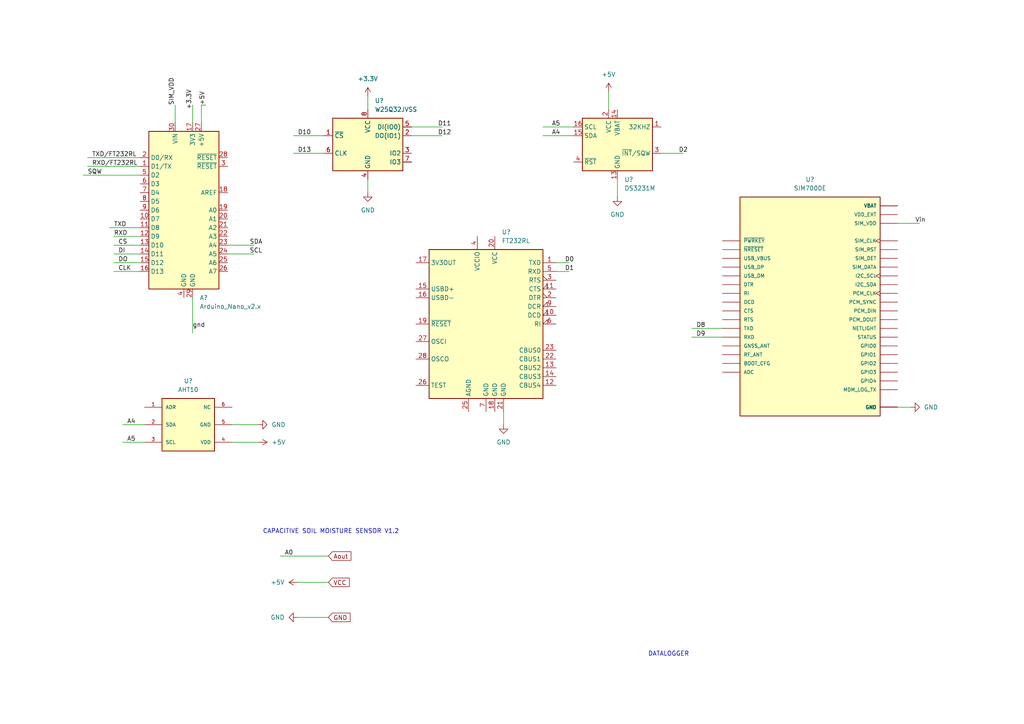
<source format=kicad_sch>
(kicad_sch (version 20211123) (generator eeschema)

  (uuid ed7c431b-4d44-49d8-96a8-0ad4d67371d9)

  (paper "A4")

  (lib_symbols
    (symbol "AHT10:AHT10" (pin_names (offset 1.016)) (in_bom yes) (on_board yes)
      (property "Reference" "U" (id 0) (at -7.366 8.636 0)
        (effects (font (size 1.27 1.27)) (justify left bottom))
      )
      (property "Value" "AHT10" (id 1) (at -7.62 -10.16 0)
        (effects (font (size 1.27 1.27)) (justify left bottom))
      )
      (property "Footprint" "AHT_QFN" (id 2) (at 0 0 0)
        (effects (font (size 1.27 1.27)) (justify left bottom) hide)
      )
      (property "Datasheet" "" (id 3) (at 0 0 0)
        (effects (font (size 1.27 1.27)) (justify left bottom) hide)
      )
      (property "ki_locked" "" (id 4) (at 0 0 0)
        (effects (font (size 1.27 1.27)))
      )
      (symbol "AHT10_0_0"
        (rectangle (start -7.62 -7.62) (end 7.62 7.62)
          (stroke (width 0.254) (type default) (color 0 0 0 0))
          (fill (type background))
        )
        (pin bidirectional line (at -12.7 5.08 0) (length 5.08)
          (name "ADR" (effects (font (size 1.016 1.016))))
          (number "1" (effects (font (size 1.016 1.016))))
        )
        (pin bidirectional line (at -12.7 0 0) (length 5.08)
          (name "SDA" (effects (font (size 1.016 1.016))))
          (number "2" (effects (font (size 1.016 1.016))))
        )
        (pin bidirectional line (at -12.7 -5.08 0) (length 5.08)
          (name "SCL" (effects (font (size 1.016 1.016))))
          (number "3" (effects (font (size 1.016 1.016))))
        )
        (pin bidirectional line (at 12.7 -5.08 180) (length 5.08)
          (name "VDD" (effects (font (size 1.016 1.016))))
          (number "4" (effects (font (size 1.016 1.016))))
        )
        (pin bidirectional line (at 12.7 0 180) (length 5.08)
          (name "GND" (effects (font (size 1.016 1.016))))
          (number "5" (effects (font (size 1.016 1.016))))
        )
        (pin bidirectional line (at 12.7 5.08 180) (length 5.08)
          (name "NC" (effects (font (size 1.016 1.016))))
          (number "6" (effects (font (size 1.016 1.016))))
        )
      )
    )
    (symbol "Interface_USB:FT232RL" (in_bom yes) (on_board yes)
      (property "Reference" "U" (id 0) (at -16.51 22.86 0)
        (effects (font (size 1.27 1.27)) (justify left))
      )
      (property "Value" "FT232RL" (id 1) (at 10.16 22.86 0)
        (effects (font (size 1.27 1.27)) (justify left))
      )
      (property "Footprint" "Package_SO:SSOP-28_5.3x10.2mm_P0.65mm" (id 2) (at 27.94 -22.86 0)
        (effects (font (size 1.27 1.27)) hide)
      )
      (property "Datasheet" "https://www.ftdichip.com/Support/Documents/DataSheets/ICs/DS_FT232R.pdf" (id 3) (at 0 0 0)
        (effects (font (size 1.27 1.27)) hide)
      )
      (property "ki_keywords" "FTDI USB Serial" (id 4) (at 0 0 0)
        (effects (font (size 1.27 1.27)) hide)
      )
      (property "ki_description" "USB to Serial Interface, SSOP-28" (id 5) (at 0 0 0)
        (effects (font (size 1.27 1.27)) hide)
      )
      (property "ki_fp_filters" "SSOP*5.3x10.2mm*P0.65mm*" (id 6) (at 0 0 0)
        (effects (font (size 1.27 1.27)) hide)
      )
      (symbol "FT232RL_0_1"
        (rectangle (start -16.51 21.59) (end 16.51 -21.59)
          (stroke (width 0.254) (type default) (color 0 0 0 0))
          (fill (type background))
        )
      )
      (symbol "FT232RL_1_1"
        (pin output line (at 20.32 17.78 180) (length 3.81)
          (name "TXD" (effects (font (size 1.27 1.27))))
          (number "1" (effects (font (size 1.27 1.27))))
        )
        (pin input input_low (at 20.32 2.54 180) (length 3.81)
          (name "DCD" (effects (font (size 1.27 1.27))))
          (number "10" (effects (font (size 1.27 1.27))))
        )
        (pin input input_low (at 20.32 10.16 180) (length 3.81)
          (name "CTS" (effects (font (size 1.27 1.27))))
          (number "11" (effects (font (size 1.27 1.27))))
        )
        (pin bidirectional line (at 20.32 -17.78 180) (length 3.81)
          (name "CBUS4" (effects (font (size 1.27 1.27))))
          (number "12" (effects (font (size 1.27 1.27))))
        )
        (pin bidirectional line (at 20.32 -12.7 180) (length 3.81)
          (name "CBUS2" (effects (font (size 1.27 1.27))))
          (number "13" (effects (font (size 1.27 1.27))))
        )
        (pin bidirectional line (at 20.32 -15.24 180) (length 3.81)
          (name "CBUS3" (effects (font (size 1.27 1.27))))
          (number "14" (effects (font (size 1.27 1.27))))
        )
        (pin bidirectional line (at -20.32 10.16 0) (length 3.81)
          (name "USBD+" (effects (font (size 1.27 1.27))))
          (number "15" (effects (font (size 1.27 1.27))))
        )
        (pin bidirectional line (at -20.32 7.62 0) (length 3.81)
          (name "USBD-" (effects (font (size 1.27 1.27))))
          (number "16" (effects (font (size 1.27 1.27))))
        )
        (pin power_out line (at -20.32 17.78 0) (length 3.81)
          (name "3V3OUT" (effects (font (size 1.27 1.27))))
          (number "17" (effects (font (size 1.27 1.27))))
        )
        (pin power_in line (at 2.54 -25.4 90) (length 3.81)
          (name "GND" (effects (font (size 1.27 1.27))))
          (number "18" (effects (font (size 1.27 1.27))))
        )
        (pin input line (at -20.32 0 0) (length 3.81)
          (name "~{RESET}" (effects (font (size 1.27 1.27))))
          (number "19" (effects (font (size 1.27 1.27))))
        )
        (pin output output_low (at 20.32 7.62 180) (length 3.81)
          (name "DTR" (effects (font (size 1.27 1.27))))
          (number "2" (effects (font (size 1.27 1.27))))
        )
        (pin power_in line (at 2.54 25.4 270) (length 3.81)
          (name "VCC" (effects (font (size 1.27 1.27))))
          (number "20" (effects (font (size 1.27 1.27))))
        )
        (pin power_in line (at 5.08 -25.4 90) (length 3.81)
          (name "GND" (effects (font (size 1.27 1.27))))
          (number "21" (effects (font (size 1.27 1.27))))
        )
        (pin bidirectional line (at 20.32 -10.16 180) (length 3.81)
          (name "CBUS1" (effects (font (size 1.27 1.27))))
          (number "22" (effects (font (size 1.27 1.27))))
        )
        (pin bidirectional line (at 20.32 -7.62 180) (length 3.81)
          (name "CBUS0" (effects (font (size 1.27 1.27))))
          (number "23" (effects (font (size 1.27 1.27))))
        )
        (pin power_in line (at -5.08 -25.4 90) (length 3.81)
          (name "AGND" (effects (font (size 1.27 1.27))))
          (number "25" (effects (font (size 1.27 1.27))))
        )
        (pin input line (at -20.32 -17.78 0) (length 3.81)
          (name "TEST" (effects (font (size 1.27 1.27))))
          (number "26" (effects (font (size 1.27 1.27))))
        )
        (pin input line (at -20.32 -5.08 0) (length 3.81)
          (name "OSCI" (effects (font (size 1.27 1.27))))
          (number "27" (effects (font (size 1.27 1.27))))
        )
        (pin output line (at -20.32 -10.16 0) (length 3.81)
          (name "OSCO" (effects (font (size 1.27 1.27))))
          (number "28" (effects (font (size 1.27 1.27))))
        )
        (pin output output_low (at 20.32 12.7 180) (length 3.81)
          (name "RTS" (effects (font (size 1.27 1.27))))
          (number "3" (effects (font (size 1.27 1.27))))
        )
        (pin power_in line (at -2.54 25.4 270) (length 3.81)
          (name "VCCIO" (effects (font (size 1.27 1.27))))
          (number "4" (effects (font (size 1.27 1.27))))
        )
        (pin input line (at 20.32 15.24 180) (length 3.81)
          (name "RXD" (effects (font (size 1.27 1.27))))
          (number "5" (effects (font (size 1.27 1.27))))
        )
        (pin input input_low (at 20.32 0 180) (length 3.81)
          (name "RI" (effects (font (size 1.27 1.27))))
          (number "6" (effects (font (size 1.27 1.27))))
        )
        (pin power_in line (at 0 -25.4 90) (length 3.81)
          (name "GND" (effects (font (size 1.27 1.27))))
          (number "7" (effects (font (size 1.27 1.27))))
        )
        (pin input input_low (at 20.32 5.08 180) (length 3.81)
          (name "DCR" (effects (font (size 1.27 1.27))))
          (number "9" (effects (font (size 1.27 1.27))))
        )
      )
    )
    (symbol "MCU_Module:Arduino_Nano_v2.x" (in_bom yes) (on_board yes)
      (property "Reference" "A" (id 0) (at -10.16 23.495 0)
        (effects (font (size 1.27 1.27)) (justify left bottom))
      )
      (property "Value" "Arduino_Nano_v2.x" (id 1) (at 5.08 -24.13 0)
        (effects (font (size 1.27 1.27)) (justify left top))
      )
      (property "Footprint" "Module:Arduino_Nano" (id 2) (at 0 0 0)
        (effects (font (size 1.27 1.27) italic) hide)
      )
      (property "Datasheet" "https://www.arduino.cc/en/uploads/Main/ArduinoNanoManual23.pdf" (id 3) (at 0 0 0)
        (effects (font (size 1.27 1.27)) hide)
      )
      (property "ki_keywords" "Arduino nano microcontroller module USB" (id 4) (at 0 0 0)
        (effects (font (size 1.27 1.27)) hide)
      )
      (property "ki_description" "Arduino Nano v2.x" (id 5) (at 0 0 0)
        (effects (font (size 1.27 1.27)) hide)
      )
      (property "ki_fp_filters" "Arduino*Nano*" (id 6) (at 0 0 0)
        (effects (font (size 1.27 1.27)) hide)
      )
      (symbol "Arduino_Nano_v2.x_0_1"
        (rectangle (start -10.16 22.86) (end 10.16 -22.86)
          (stroke (width 0.254) (type default) (color 0 0 0 0))
          (fill (type background))
        )
      )
      (symbol "Arduino_Nano_v2.x_1_1"
        (pin bidirectional line (at -12.7 12.7 0) (length 2.54)
          (name "D1/TX" (effects (font (size 1.27 1.27))))
          (number "1" (effects (font (size 1.27 1.27))))
        )
        (pin bidirectional line (at -12.7 -2.54 0) (length 2.54)
          (name "D7" (effects (font (size 1.27 1.27))))
          (number "10" (effects (font (size 1.27 1.27))))
        )
        (pin bidirectional line (at -12.7 -5.08 0) (length 2.54)
          (name "D8" (effects (font (size 1.27 1.27))))
          (number "11" (effects (font (size 1.27 1.27))))
        )
        (pin bidirectional line (at -12.7 -7.62 0) (length 2.54)
          (name "D9" (effects (font (size 1.27 1.27))))
          (number "12" (effects (font (size 1.27 1.27))))
        )
        (pin bidirectional line (at -12.7 -10.16 0) (length 2.54)
          (name "D10" (effects (font (size 1.27 1.27))))
          (number "13" (effects (font (size 1.27 1.27))))
        )
        (pin bidirectional line (at -12.7 -12.7 0) (length 2.54)
          (name "D11" (effects (font (size 1.27 1.27))))
          (number "14" (effects (font (size 1.27 1.27))))
        )
        (pin bidirectional line (at -12.7 -15.24 0) (length 2.54)
          (name "D12" (effects (font (size 1.27 1.27))))
          (number "15" (effects (font (size 1.27 1.27))))
        )
        (pin bidirectional line (at -12.7 -17.78 0) (length 2.54)
          (name "D13" (effects (font (size 1.27 1.27))))
          (number "16" (effects (font (size 1.27 1.27))))
        )
        (pin power_out line (at 2.54 25.4 270) (length 2.54)
          (name "3V3" (effects (font (size 1.27 1.27))))
          (number "17" (effects (font (size 1.27 1.27))))
        )
        (pin input line (at 12.7 5.08 180) (length 2.54)
          (name "AREF" (effects (font (size 1.27 1.27))))
          (number "18" (effects (font (size 1.27 1.27))))
        )
        (pin bidirectional line (at 12.7 0 180) (length 2.54)
          (name "A0" (effects (font (size 1.27 1.27))))
          (number "19" (effects (font (size 1.27 1.27))))
        )
        (pin bidirectional line (at -12.7 15.24 0) (length 2.54)
          (name "D0/RX" (effects (font (size 1.27 1.27))))
          (number "2" (effects (font (size 1.27 1.27))))
        )
        (pin bidirectional line (at 12.7 -2.54 180) (length 2.54)
          (name "A1" (effects (font (size 1.27 1.27))))
          (number "20" (effects (font (size 1.27 1.27))))
        )
        (pin bidirectional line (at 12.7 -5.08 180) (length 2.54)
          (name "A2" (effects (font (size 1.27 1.27))))
          (number "21" (effects (font (size 1.27 1.27))))
        )
        (pin bidirectional line (at 12.7 -7.62 180) (length 2.54)
          (name "A3" (effects (font (size 1.27 1.27))))
          (number "22" (effects (font (size 1.27 1.27))))
        )
        (pin bidirectional line (at 12.7 -10.16 180) (length 2.54)
          (name "A4" (effects (font (size 1.27 1.27))))
          (number "23" (effects (font (size 1.27 1.27))))
        )
        (pin bidirectional line (at 12.7 -12.7 180) (length 2.54)
          (name "A5" (effects (font (size 1.27 1.27))))
          (number "24" (effects (font (size 1.27 1.27))))
        )
        (pin bidirectional line (at 12.7 -15.24 180) (length 2.54)
          (name "A6" (effects (font (size 1.27 1.27))))
          (number "25" (effects (font (size 1.27 1.27))))
        )
        (pin bidirectional line (at 12.7 -17.78 180) (length 2.54)
          (name "A7" (effects (font (size 1.27 1.27))))
          (number "26" (effects (font (size 1.27 1.27))))
        )
        (pin power_out line (at 5.08 25.4 270) (length 2.54)
          (name "+5V" (effects (font (size 1.27 1.27))))
          (number "27" (effects (font (size 1.27 1.27))))
        )
        (pin input line (at 12.7 15.24 180) (length 2.54)
          (name "~{RESET}" (effects (font (size 1.27 1.27))))
          (number "28" (effects (font (size 1.27 1.27))))
        )
        (pin power_in line (at 2.54 -25.4 90) (length 2.54)
          (name "GND" (effects (font (size 1.27 1.27))))
          (number "29" (effects (font (size 1.27 1.27))))
        )
        (pin input line (at 12.7 12.7 180) (length 2.54)
          (name "~{RESET}" (effects (font (size 1.27 1.27))))
          (number "3" (effects (font (size 1.27 1.27))))
        )
        (pin power_in line (at -2.54 25.4 270) (length 2.54)
          (name "VIN" (effects (font (size 1.27 1.27))))
          (number "30" (effects (font (size 1.27 1.27))))
        )
        (pin power_in line (at 0 -25.4 90) (length 2.54)
          (name "GND" (effects (font (size 1.27 1.27))))
          (number "4" (effects (font (size 1.27 1.27))))
        )
        (pin bidirectional line (at -12.7 10.16 0) (length 2.54)
          (name "D2" (effects (font (size 1.27 1.27))))
          (number "5" (effects (font (size 1.27 1.27))))
        )
        (pin bidirectional line (at -12.7 7.62 0) (length 2.54)
          (name "D3" (effects (font (size 1.27 1.27))))
          (number "6" (effects (font (size 1.27 1.27))))
        )
        (pin bidirectional line (at -12.7 5.08 0) (length 2.54)
          (name "D4" (effects (font (size 1.27 1.27))))
          (number "7" (effects (font (size 1.27 1.27))))
        )
        (pin bidirectional line (at -12.7 2.54 0) (length 2.54)
          (name "D5" (effects (font (size 1.27 1.27))))
          (number "8" (effects (font (size 1.27 1.27))))
        )
        (pin bidirectional line (at -12.7 0 0) (length 2.54)
          (name "D6" (effects (font (size 1.27 1.27))))
          (number "9" (effects (font (size 1.27 1.27))))
        )
      )
    )
    (symbol "Memory_Flash:W25Q32JVSS" (in_bom yes) (on_board yes)
      (property "Reference" "U" (id 0) (at -8.89 8.89 0)
        (effects (font (size 1.27 1.27)))
      )
      (property "Value" "W25Q32JVSS" (id 1) (at 7.62 8.89 0)
        (effects (font (size 1.27 1.27)))
      )
      (property "Footprint" "Package_SO:SOIC-8_5.23x5.23mm_P1.27mm" (id 2) (at 0 0 0)
        (effects (font (size 1.27 1.27)) hide)
      )
      (property "Datasheet" "http://www.winbond.com/resource-files/w25q32jv%20revg%2003272018%20plus.pdf" (id 3) (at 0 0 0)
        (effects (font (size 1.27 1.27)) hide)
      )
      (property "ki_keywords" "flash memory SPI" (id 4) (at 0 0 0)
        (effects (font (size 1.27 1.27)) hide)
      )
      (property "ki_description" "32Mb Serial Flash Memory, Standard/Dual/Quad SPI, SOIC-8" (id 5) (at 0 0 0)
        (effects (font (size 1.27 1.27)) hide)
      )
      (property "ki_fp_filters" "SOIC*5.23x5.23mm*P1.27mm*" (id 6) (at 0 0 0)
        (effects (font (size 1.27 1.27)) hide)
      )
      (symbol "W25Q32JVSS_0_1"
        (rectangle (start -10.16 7.62) (end 10.16 -7.62)
          (stroke (width 0.254) (type default) (color 0 0 0 0))
          (fill (type background))
        )
      )
      (symbol "W25Q32JVSS_1_1"
        (pin input line (at -12.7 2.54 0) (length 2.54)
          (name "~{CS}" (effects (font (size 1.27 1.27))))
          (number "1" (effects (font (size 1.27 1.27))))
        )
        (pin bidirectional line (at 12.7 2.54 180) (length 2.54)
          (name "DO(IO1)" (effects (font (size 1.27 1.27))))
          (number "2" (effects (font (size 1.27 1.27))))
        )
        (pin bidirectional line (at 12.7 -2.54 180) (length 2.54)
          (name "IO2" (effects (font (size 1.27 1.27))))
          (number "3" (effects (font (size 1.27 1.27))))
        )
        (pin power_in line (at 0 -10.16 90) (length 2.54)
          (name "GND" (effects (font (size 1.27 1.27))))
          (number "4" (effects (font (size 1.27 1.27))))
        )
        (pin bidirectional line (at 12.7 5.08 180) (length 2.54)
          (name "DI(IO0)" (effects (font (size 1.27 1.27))))
          (number "5" (effects (font (size 1.27 1.27))))
        )
        (pin input line (at -12.7 -2.54 0) (length 2.54)
          (name "CLK" (effects (font (size 1.27 1.27))))
          (number "6" (effects (font (size 1.27 1.27))))
        )
        (pin bidirectional line (at 12.7 -5.08 180) (length 2.54)
          (name "IO3" (effects (font (size 1.27 1.27))))
          (number "7" (effects (font (size 1.27 1.27))))
        )
        (pin power_in line (at 0 10.16 270) (length 2.54)
          (name "VCC" (effects (font (size 1.27 1.27))))
          (number "8" (effects (font (size 1.27 1.27))))
        )
      )
    )
    (symbol "SIM7000E:SIM7000E" (pin_numbers hide) (pin_names (offset 1.016)) (in_bom yes) (on_board yes)
      (property "Reference" "U" (id 0) (at -20.3454 34.3408 0)
        (effects (font (size 1.27 1.27)) (justify left bottom))
      )
      (property "Value" "SIM7000E" (id 1) (at -20.3454 -33.0708 0)
        (effects (font (size 1.27 1.27)) (justify left bottom))
      )
      (property "Footprint" "SIMCON_SIM7000E" (id 2) (at 0 0 0)
        (effects (font (size 1.27 1.27)) (justify left bottom) hide)
      )
      (property "Datasheet" "" (id 3) (at 0 0 0)
        (effects (font (size 1.27 1.27)) (justify left bottom) hide)
      )
      (property "STANDARD" "MANUFACTURER RECOMMENDATIONS" (id 4) (at 0 0 0)
        (effects (font (size 1.27 1.27)) (justify left bottom) hide)
      )
      (property "MANUFACTURER" "SIMCOM" (id 5) (at 0 0 0)
        (effects (font (size 1.27 1.27)) (justify left bottom) hide)
      )
      (property "PARTREV" "1.01" (id 6) (at 0 0 0)
        (effects (font (size 1.27 1.27)) (justify left bottom) hide)
      )
      (property "ki_locked" "" (id 7) (at 0 0 0)
        (effects (font (size 1.27 1.27)))
      )
      (symbol "SIM7000E_0_0"
        (rectangle (start -20.32 -30.48) (end 20.32 33.02)
          (stroke (width 0.254) (type default) (color 0 0 0 0))
          (fill (type background))
        )
        (pin input line (at -25.4 20.32 0) (length 5.08)
          (name "~{PWRKEY}" (effects (font (size 1.016 1.016))))
          (number "1" (effects (font (size 1.016 1.016))))
        )
        (pin input line (at -25.4 -7.62 0) (length 5.08)
          (name "RXD" (effects (font (size 1.016 1.016))))
          (number "10" (effects (font (size 1.016 1.016))))
        )
        (pin output clock (at 25.4 5.08 180) (length 5.08)
          (name "PCM_CLK" (effects (font (size 1.016 1.016))))
          (number "11" (effects (font (size 1.016 1.016))))
        )
        (pin output line (at 25.4 2.54 180) (length 5.08)
          (name "PCM_SYNC" (effects (font (size 1.016 1.016))))
          (number "12" (effects (font (size 1.016 1.016))))
        )
        (pin input line (at 25.4 0 180) (length 5.08)
          (name "PCM_DIN" (effects (font (size 1.016 1.016))))
          (number "13" (effects (font (size 1.016 1.016))))
        )
        (pin output line (at 25.4 -2.54 180) (length 5.08)
          (name "PCM_DOUT" (effects (font (size 1.016 1.016))))
          (number "14" (effects (font (size 1.016 1.016))))
        )
        (pin power_in line (at 25.4 27.94 180) (length 5.08)
          (name "VDD_EXT" (effects (font (size 1.016 1.016))))
          (number "15" (effects (font (size 1.016 1.016))))
        )
        (pin input line (at -25.4 17.78 0) (length 5.08)
          (name "~{NRESET}" (effects (font (size 1.016 1.016))))
          (number "16" (effects (font (size 1.016 1.016))))
        )
        (pin power_in line (at 25.4 -27.94 180) (length 5.08)
          (name "GND" (effects (font (size 1.016 1.016))))
          (number "17" (effects (font (size 1.016 1.016))))
        )
        (pin power_in line (at 25.4 -27.94 180) (length 5.08)
          (name "GND" (effects (font (size 1.016 1.016))))
          (number "18" (effects (font (size 1.016 1.016))))
        )
        (pin power_in line (at 25.4 -27.94 180) (length 5.08)
          (name "GND" (effects (font (size 1.016 1.016))))
          (number "2" (effects (font (size 1.016 1.016))))
        )
        (pin output line (at 25.4 -22.86 180) (length 5.08)
          (name "MDM_LOG_TX" (effects (font (size 1.016 1.016))))
          (number "23" (effects (font (size 1.016 1.016))))
        )
        (pin input line (at -25.4 15.24 0) (length 5.08)
          (name "USB_VBUS" (effects (font (size 1.016 1.016))))
          (number "24" (effects (font (size 1.016 1.016))))
        )
        (pin input line (at -25.4 -17.78 0) (length 5.08)
          (name "ADC" (effects (font (size 1.016 1.016))))
          (number "25" (effects (font (size 1.016 1.016))))
        )
        (pin bidirectional line (at -25.4 12.7 0) (length 5.08)
          (name "USB_DP" (effects (font (size 1.016 1.016))))
          (number "27" (effects (font (size 1.016 1.016))))
        )
        (pin bidirectional line (at -25.4 10.16 0) (length 5.08)
          (name "USB_DM" (effects (font (size 1.016 1.016))))
          (number "28" (effects (font (size 1.016 1.016))))
        )
        (pin power_in line (at 25.4 -27.94 180) (length 5.08)
          (name "GND" (effects (font (size 1.016 1.016))))
          (number "29" (effects (font (size 1.016 1.016))))
        )
        (pin input line (at -25.4 7.62 0) (length 5.08)
          (name "DTR" (effects (font (size 1.016 1.016))))
          (number "3" (effects (font (size 1.016 1.016))))
        )
        (pin power_in line (at 25.4 25.4 180) (length 5.08)
          (name "SIM_VDD" (effects (font (size 1.016 1.016))))
          (number "30" (effects (font (size 1.016 1.016))))
        )
        (pin bidirectional line (at 25.4 12.7 180) (length 5.08)
          (name "SIM_DATA" (effects (font (size 1.016 1.016))))
          (number "31" (effects (font (size 1.016 1.016))))
        )
        (pin output clock (at 25.4 20.32 180) (length 5.08)
          (name "SIM_CLK" (effects (font (size 1.016 1.016))))
          (number "32" (effects (font (size 1.016 1.016))))
        )
        (pin output line (at 25.4 17.78 180) (length 5.08)
          (name "SIM_RST" (effects (font (size 1.016 1.016))))
          (number "33" (effects (font (size 1.016 1.016))))
        )
        (pin input line (at 25.4 15.24 180) (length 5.08)
          (name "SIM_DET" (effects (font (size 1.016 1.016))))
          (number "34" (effects (font (size 1.016 1.016))))
        )
        (pin bidirectional line (at 25.4 7.62 180) (length 5.08)
          (name "I2C_SDA" (effects (font (size 1.016 1.016))))
          (number "37" (effects (font (size 1.016 1.016))))
        )
        (pin output clock (at 25.4 10.16 180) (length 5.08)
          (name "I2C_SCL" (effects (font (size 1.016 1.016))))
          (number "38" (effects (font (size 1.016 1.016))))
        )
        (pin power_in line (at 25.4 -27.94 180) (length 5.08)
          (name "GND" (effects (font (size 1.016 1.016))))
          (number "39" (effects (font (size 1.016 1.016))))
        )
        (pin output line (at -25.4 5.08 0) (length 5.08)
          (name "RI" (effects (font (size 1.016 1.016))))
          (number "4" (effects (font (size 1.016 1.016))))
        )
        (pin power_in line (at 25.4 -27.94 180) (length 5.08)
          (name "GND" (effects (font (size 1.016 1.016))))
          (number "45" (effects (font (size 1.016 1.016))))
        )
        (pin power_in line (at 25.4 -27.94 180) (length 5.08)
          (name "GND" (effects (font (size 1.016 1.016))))
          (number "46" (effects (font (size 1.016 1.016))))
        )
        (pin bidirectional line (at 25.4 -20.32 180) (length 5.08)
          (name "GPIO4" (effects (font (size 1.016 1.016))))
          (number "48" (effects (font (size 1.016 1.016))))
        )
        (pin bidirectional line (at 25.4 -12.7 180) (length 5.08)
          (name "GPIO1" (effects (font (size 1.016 1.016))))
          (number "49" (effects (font (size 1.016 1.016))))
        )
        (pin output line (at -25.4 2.54 0) (length 5.08)
          (name "DCD" (effects (font (size 1.016 1.016))))
          (number "5" (effects (font (size 1.016 1.016))))
        )
        (pin bidirectional line (at 25.4 -10.16 180) (length 5.08)
          (name "GPIO0" (effects (font (size 1.016 1.016))))
          (number "50" (effects (font (size 1.016 1.016))))
        )
        (pin output line (at 25.4 -5.08 180) (length 5.08)
          (name "NETLIGHT" (effects (font (size 1.016 1.016))))
          (number "52" (effects (font (size 1.016 1.016))))
        )
        (pin input line (at -25.4 -10.16 0) (length 5.08)
          (name "GNSS_ANT" (effects (font (size 1.016 1.016))))
          (number "53" (effects (font (size 1.016 1.016))))
        )
        (pin power_in line (at 25.4 -27.94 180) (length 5.08)
          (name "GND" (effects (font (size 1.016 1.016))))
          (number "54" (effects (font (size 1.016 1.016))))
        )
        (pin power_in line (at 25.4 30.48 180) (length 5.08)
          (name "VBAT" (effects (font (size 1.016 1.016))))
          (number "55" (effects (font (size 1.016 1.016))))
        )
        (pin power_in line (at 25.4 30.48 180) (length 5.08)
          (name "VBAT" (effects (font (size 1.016 1.016))))
          (number "56" (effects (font (size 1.016 1.016))))
        )
        (pin power_in line (at 25.4 30.48 180) (length 5.08)
          (name "VBAT" (effects (font (size 1.016 1.016))))
          (number "57" (effects (font (size 1.016 1.016))))
        )
        (pin power_in line (at 25.4 -27.94 180) (length 5.08)
          (name "GND" (effects (font (size 1.016 1.016))))
          (number "58" (effects (font (size 1.016 1.016))))
        )
        (pin power_in line (at 25.4 -27.94 180) (length 5.08)
          (name "GND" (effects (font (size 1.016 1.016))))
          (number "59" (effects (font (size 1.016 1.016))))
        )
        (pin input line (at -25.4 -15.24 0) (length 5.08)
          (name "BOOT_CFG" (effects (font (size 1.016 1.016))))
          (number "6" (effects (font (size 1.016 1.016))))
        )
        (pin bidirectional line (at -25.4 -12.7 0) (length 5.08)
          (name "RF_ANT" (effects (font (size 1.016 1.016))))
          (number "60" (effects (font (size 1.016 1.016))))
        )
        (pin power_in line (at 25.4 -27.94 180) (length 5.08)
          (name "GND" (effects (font (size 1.016 1.016))))
          (number "61" (effects (font (size 1.016 1.016))))
        )
        (pin power_in line (at 25.4 -27.94 180) (length 5.08)
          (name "GND" (effects (font (size 1.016 1.016))))
          (number "62" (effects (font (size 1.016 1.016))))
        )
        (pin power_in line (at 25.4 -27.94 180) (length 5.08)
          (name "GND" (effects (font (size 1.016 1.016))))
          (number "63" (effects (font (size 1.016 1.016))))
        )
        (pin power_in line (at 25.4 -27.94 180) (length 5.08)
          (name "GND" (effects (font (size 1.016 1.016))))
          (number "64" (effects (font (size 1.016 1.016))))
        )
        (pin power_in line (at 25.4 -27.94 180) (length 5.08)
          (name "GND" (effects (font (size 1.016 1.016))))
          (number "65" (effects (font (size 1.016 1.016))))
        )
        (pin output line (at 25.4 -7.62 180) (length 5.08)
          (name "STATUS" (effects (font (size 1.016 1.016))))
          (number "66" (effects (font (size 1.016 1.016))))
        )
        (pin bidirectional line (at 25.4 -15.24 180) (length 5.08)
          (name "GPIO2" (effects (font (size 1.016 1.016))))
          (number "67" (effects (font (size 1.016 1.016))))
        )
        (pin bidirectional line (at 25.4 -17.78 180) (length 5.08)
          (name "GPIO3" (effects (font (size 1.016 1.016))))
          (number "68" (effects (font (size 1.016 1.016))))
        )
        (pin output line (at -25.4 0 0) (length 5.08)
          (name "CTS" (effects (font (size 1.016 1.016))))
          (number "7" (effects (font (size 1.016 1.016))))
        )
        (pin input line (at -25.4 -2.54 0) (length 5.08)
          (name "RTS" (effects (font (size 1.016 1.016))))
          (number "8" (effects (font (size 1.016 1.016))))
        )
        (pin output line (at -25.4 -5.08 0) (length 5.08)
          (name "TXD" (effects (font (size 1.016 1.016))))
          (number "9" (effects (font (size 1.016 1.016))))
        )
      )
    )
    (symbol "Timer_RTC:DS3231M" (in_bom yes) (on_board yes)
      (property "Reference" "U" (id 0) (at -7.62 8.89 0)
        (effects (font (size 1.27 1.27)) (justify right))
      )
      (property "Value" "DS3231M" (id 1) (at 10.16 8.89 0)
        (effects (font (size 1.27 1.27)) (justify right))
      )
      (property "Footprint" "Package_SO:SOIC-16W_7.5x10.3mm_P1.27mm" (id 2) (at 0 -15.24 0)
        (effects (font (size 1.27 1.27)) hide)
      )
      (property "Datasheet" "http://datasheets.maximintegrated.com/en/ds/DS3231.pdf" (id 3) (at 6.858 1.27 0)
        (effects (font (size 1.27 1.27)) hide)
      )
      (property "ki_keywords" "RTC TCXO Realtime Time Clock Crystal Oscillator I2C" (id 4) (at 0 0 0)
        (effects (font (size 1.27 1.27)) hide)
      )
      (property "ki_description" "Extremely Accurate I2C-Integrated RTC/TCXO/Crystal SOIC-16" (id 5) (at 0 0 0)
        (effects (font (size 1.27 1.27)) hide)
      )
      (property "ki_fp_filters" "SOIC*7.5x10.3mm*P1.27mm*" (id 6) (at 0 0 0)
        (effects (font (size 1.27 1.27)) hide)
      )
      (symbol "DS3231M_0_1"
        (rectangle (start -10.16 7.62) (end 10.16 -7.62)
          (stroke (width 0.254) (type default) (color 0 0 0 0))
          (fill (type background))
        )
      )
      (symbol "DS3231M_1_1"
        (pin open_collector line (at 12.7 5.08 180) (length 2.54)
          (name "32KHZ" (effects (font (size 1.27 1.27))))
          (number "1" (effects (font (size 1.27 1.27))))
        )
        (pin passive line (at 0 -10.16 90) (length 2.54) hide
          (name "GND" (effects (font (size 1.27 1.27))))
          (number "10" (effects (font (size 1.27 1.27))))
        )
        (pin passive line (at 0 -10.16 90) (length 2.54) hide
          (name "GND" (effects (font (size 1.27 1.27))))
          (number "11" (effects (font (size 1.27 1.27))))
        )
        (pin passive line (at 0 -10.16 90) (length 2.54) hide
          (name "GND" (effects (font (size 1.27 1.27))))
          (number "12" (effects (font (size 1.27 1.27))))
        )
        (pin power_in line (at 0 -10.16 90) (length 2.54)
          (name "GND" (effects (font (size 1.27 1.27))))
          (number "13" (effects (font (size 1.27 1.27))))
        )
        (pin power_in line (at 0 10.16 270) (length 2.54)
          (name "VBAT" (effects (font (size 1.27 1.27))))
          (number "14" (effects (font (size 1.27 1.27))))
        )
        (pin bidirectional line (at -12.7 2.54 0) (length 2.54)
          (name "SDA" (effects (font (size 1.27 1.27))))
          (number "15" (effects (font (size 1.27 1.27))))
        )
        (pin input line (at -12.7 5.08 0) (length 2.54)
          (name "SCL" (effects (font (size 1.27 1.27))))
          (number "16" (effects (font (size 1.27 1.27))))
        )
        (pin power_in line (at -2.54 10.16 270) (length 2.54)
          (name "VCC" (effects (font (size 1.27 1.27))))
          (number "2" (effects (font (size 1.27 1.27))))
        )
        (pin open_collector line (at 12.7 -2.54 180) (length 2.54)
          (name "~{INT}/SQW" (effects (font (size 1.27 1.27))))
          (number "3" (effects (font (size 1.27 1.27))))
        )
        (pin bidirectional line (at -12.7 -5.08 0) (length 2.54)
          (name "~{RST}" (effects (font (size 1.27 1.27))))
          (number "4" (effects (font (size 1.27 1.27))))
        )
        (pin passive line (at 0 -10.16 90) (length 2.54) hide
          (name "GND" (effects (font (size 1.27 1.27))))
          (number "5" (effects (font (size 1.27 1.27))))
        )
        (pin passive line (at 0 -10.16 90) (length 2.54) hide
          (name "GND" (effects (font (size 1.27 1.27))))
          (number "6" (effects (font (size 1.27 1.27))))
        )
        (pin passive line (at 0 -10.16 90) (length 2.54) hide
          (name "GND" (effects (font (size 1.27 1.27))))
          (number "7" (effects (font (size 1.27 1.27))))
        )
        (pin passive line (at 0 -10.16 90) (length 2.54) hide
          (name "GND" (effects (font (size 1.27 1.27))))
          (number "8" (effects (font (size 1.27 1.27))))
        )
        (pin passive line (at 0 -10.16 90) (length 2.54) hide
          (name "GND" (effects (font (size 1.27 1.27))))
          (number "9" (effects (font (size 1.27 1.27))))
        )
      )
    )
    (symbol "power:+3.3V" (power) (pin_names (offset 0)) (in_bom yes) (on_board yes)
      (property "Reference" "#PWR" (id 0) (at 0 -3.81 0)
        (effects (font (size 1.27 1.27)) hide)
      )
      (property "Value" "+3.3V" (id 1) (at 0 3.556 0)
        (effects (font (size 1.27 1.27)))
      )
      (property "Footprint" "" (id 2) (at 0 0 0)
        (effects (font (size 1.27 1.27)) hide)
      )
      (property "Datasheet" "" (id 3) (at 0 0 0)
        (effects (font (size 1.27 1.27)) hide)
      )
      (property "ki_keywords" "power-flag" (id 4) (at 0 0 0)
        (effects (font (size 1.27 1.27)) hide)
      )
      (property "ki_description" "Power symbol creates a global label with name \"+3.3V\"" (id 5) (at 0 0 0)
        (effects (font (size 1.27 1.27)) hide)
      )
      (symbol "+3.3V_0_1"
        (polyline
          (pts
            (xy -0.762 1.27)
            (xy 0 2.54)
          )
          (stroke (width 0) (type default) (color 0 0 0 0))
          (fill (type none))
        )
        (polyline
          (pts
            (xy 0 0)
            (xy 0 2.54)
          )
          (stroke (width 0) (type default) (color 0 0 0 0))
          (fill (type none))
        )
        (polyline
          (pts
            (xy 0 2.54)
            (xy 0.762 1.27)
          )
          (stroke (width 0) (type default) (color 0 0 0 0))
          (fill (type none))
        )
      )
      (symbol "+3.3V_1_1"
        (pin power_in line (at 0 0 90) (length 0) hide
          (name "+3.3V" (effects (font (size 1.27 1.27))))
          (number "1" (effects (font (size 1.27 1.27))))
        )
      )
    )
    (symbol "power:+5V" (power) (pin_names (offset 0)) (in_bom yes) (on_board yes)
      (property "Reference" "#PWR" (id 0) (at 0 -3.81 0)
        (effects (font (size 1.27 1.27)) hide)
      )
      (property "Value" "+5V" (id 1) (at 0 3.556 0)
        (effects (font (size 1.27 1.27)))
      )
      (property "Footprint" "" (id 2) (at 0 0 0)
        (effects (font (size 1.27 1.27)) hide)
      )
      (property "Datasheet" "" (id 3) (at 0 0 0)
        (effects (font (size 1.27 1.27)) hide)
      )
      (property "ki_keywords" "power-flag" (id 4) (at 0 0 0)
        (effects (font (size 1.27 1.27)) hide)
      )
      (property "ki_description" "Power symbol creates a global label with name \"+5V\"" (id 5) (at 0 0 0)
        (effects (font (size 1.27 1.27)) hide)
      )
      (symbol "+5V_0_1"
        (polyline
          (pts
            (xy -0.762 1.27)
            (xy 0 2.54)
          )
          (stroke (width 0) (type default) (color 0 0 0 0))
          (fill (type none))
        )
        (polyline
          (pts
            (xy 0 0)
            (xy 0 2.54)
          )
          (stroke (width 0) (type default) (color 0 0 0 0))
          (fill (type none))
        )
        (polyline
          (pts
            (xy 0 2.54)
            (xy 0.762 1.27)
          )
          (stroke (width 0) (type default) (color 0 0 0 0))
          (fill (type none))
        )
      )
      (symbol "+5V_1_1"
        (pin power_in line (at 0 0 90) (length 0) hide
          (name "+5V" (effects (font (size 1.27 1.27))))
          (number "1" (effects (font (size 1.27 1.27))))
        )
      )
    )
    (symbol "power:GND" (power) (pin_names (offset 0)) (in_bom yes) (on_board yes)
      (property "Reference" "#PWR" (id 0) (at 0 -6.35 0)
        (effects (font (size 1.27 1.27)) hide)
      )
      (property "Value" "GND" (id 1) (at 0 -3.81 0)
        (effects (font (size 1.27 1.27)))
      )
      (property "Footprint" "" (id 2) (at 0 0 0)
        (effects (font (size 1.27 1.27)) hide)
      )
      (property "Datasheet" "" (id 3) (at 0 0 0)
        (effects (font (size 1.27 1.27)) hide)
      )
      (property "ki_keywords" "power-flag" (id 4) (at 0 0 0)
        (effects (font (size 1.27 1.27)) hide)
      )
      (property "ki_description" "Power symbol creates a global label with name \"GND\" , ground" (id 5) (at 0 0 0)
        (effects (font (size 1.27 1.27)) hide)
      )
      (symbol "GND_0_1"
        (polyline
          (pts
            (xy 0 0)
            (xy 0 -1.27)
            (xy 1.27 -1.27)
            (xy 0 -2.54)
            (xy -1.27 -1.27)
            (xy 0 -1.27)
          )
          (stroke (width 0) (type default) (color 0 0 0 0))
          (fill (type none))
        )
      )
      (symbol "GND_1_1"
        (pin power_in line (at 0 0 270) (length 0) hide
          (name "GND" (effects (font (size 1.27 1.27))))
          (number "1" (effects (font (size 1.27 1.27))))
        )
      )
    )
  )


  (wire (pts (xy 67.31 128.27) (xy 74.93 128.27))
    (stroke (width 0) (type default) (color 0 0 0 0))
    (uuid 03da576d-8b49-43be-8898-6d75ea1509dd)
  )
  (wire (pts (xy 119.38 39.37) (xy 128.27 39.37))
    (stroke (width 0) (type default) (color 0 0 0 0))
    (uuid 18491aad-cca0-4769-9f60-89c486b7f3f4)
  )
  (wire (pts (xy 66.04 71.12) (xy 73.66 71.12))
    (stroke (width 0) (type default) (color 0 0 0 0))
    (uuid 1948f2bb-7219-4fed-b888-2eef3c9b8781)
  )
  (wire (pts (xy 200.66 95.25) (xy 209.55 95.25))
    (stroke (width 0) (type default) (color 0 0 0 0))
    (uuid 2bb9af9f-768b-4c0d-ad6b-3310bea3e96c)
  )
  (wire (pts (xy 200.66 97.79) (xy 209.55 97.79))
    (stroke (width 0) (type default) (color 0 0 0 0))
    (uuid 2bda8062-69b1-466d-ae30-38e0c5106565)
  )
  (wire (pts (xy 86.36 168.91) (xy 95.25 168.91))
    (stroke (width 0) (type default) (color 0 0 0 0))
    (uuid 2eb86c61-25aa-4a6a-bc09-3916f2da7590)
  )
  (wire (pts (xy 25.4 45.72) (xy 40.64 45.72))
    (stroke (width 0) (type default) (color 0 0 0 0))
    (uuid 30b6998f-eff5-456f-ad93-a01a2fa451f2)
  )
  (wire (pts (xy 260.35 64.77) (xy 266.7 64.77))
    (stroke (width 0) (type default) (color 0 0 0 0))
    (uuid 3185b08a-a931-45fd-a02e-e10feef06599)
  )
  (wire (pts (xy 176.53 26.67) (xy 176.53 31.75))
    (stroke (width 0) (type default) (color 0 0 0 0))
    (uuid 3e084448-25e3-4727-9faf-97d45d475248)
  )
  (wire (pts (xy 50.8 30.48) (xy 50.8 35.56))
    (stroke (width 0) (type default) (color 0 0 0 0))
    (uuid 4634da73-f826-4ab6-bf88-376ead007d0a)
  )
  (wire (pts (xy 33.02 73.66) (xy 40.64 73.66))
    (stroke (width 0) (type default) (color 0 0 0 0))
    (uuid 49dddede-b74f-44ce-83d7-b988e5db9150)
  )
  (wire (pts (xy 86.36 179.07) (xy 95.25 179.07))
    (stroke (width 0) (type default) (color 0 0 0 0))
    (uuid 4b16e4db-5a40-4e8e-9abb-2bba92954f21)
  )
  (wire (pts (xy 85.09 39.37) (xy 93.98 39.37))
    (stroke (width 0) (type default) (color 0 0 0 0))
    (uuid 4cdfe4ee-8032-44cf-bfd3-6d80cc3743a6)
  )
  (wire (pts (xy 31.75 66.04) (xy 40.64 66.04))
    (stroke (width 0) (type default) (color 0 0 0 0))
    (uuid 599f2003-e519-45fe-9ee1-501fdd9784e9)
  )
  (wire (pts (xy 55.88 86.36) (xy 55.88 96.52))
    (stroke (width 0) (type default) (color 0 0 0 0))
    (uuid 5cdd8fae-376d-4838-8855-5ccccf75059b)
  )
  (wire (pts (xy 24.13 50.8) (xy 40.64 50.8))
    (stroke (width 0) (type default) (color 0 0 0 0))
    (uuid 6a1ef540-b562-4fc8-bce8-48c5b9ecdf16)
  )
  (wire (pts (xy 85.09 44.45) (xy 93.98 44.45))
    (stroke (width 0) (type default) (color 0 0 0 0))
    (uuid 70dffc31-9692-4662-a730-96db5db0962e)
  )
  (wire (pts (xy 119.38 36.83) (xy 128.27 36.83))
    (stroke (width 0) (type default) (color 0 0 0 0))
    (uuid 7dabecc8-e666-42cc-949c-71a252d5689f)
  )
  (wire (pts (xy 146.05 119.38) (xy 146.05 123.19))
    (stroke (width 0) (type default) (color 0 0 0 0))
    (uuid 7e5ba83b-84a9-414f-961f-eaadc6ab168c)
  )
  (wire (pts (xy 260.35 118.11) (xy 264.16 118.11))
    (stroke (width 0) (type default) (color 0 0 0 0))
    (uuid 7ead37e4-1351-4397-b3c7-ec9230bbeb17)
  )
  (wire (pts (xy 67.31 123.19) (xy 74.93 123.19))
    (stroke (width 0) (type default) (color 0 0 0 0))
    (uuid 838c4d68-467c-4611-94cf-cff27b5416de)
  )
  (wire (pts (xy 33.02 76.2) (xy 40.64 76.2))
    (stroke (width 0) (type default) (color 0 0 0 0))
    (uuid 84d18214-1d5b-46fb-8f98-4a12d35b0cc1)
  )
  (wire (pts (xy 58.42 35.56) (xy 58.42 30.48))
    (stroke (width 0) (type default) (color 0 0 0 0))
    (uuid 9234fd03-264c-4073-b7f3-cb5555505812)
  )
  (wire (pts (xy 35.56 128.27) (xy 41.91 128.27))
    (stroke (width 0) (type default) (color 0 0 0 0))
    (uuid a17ab8b1-cb16-4c23-9f61-5f6ed1928eaa)
  )
  (wire (pts (xy 35.56 123.19) (xy 41.91 123.19))
    (stroke (width 0) (type default) (color 0 0 0 0))
    (uuid aedef5da-654c-4d2f-acb6-a115c4e4742e)
  )
  (wire (pts (xy 33.02 68.58) (xy 40.64 68.58))
    (stroke (width 0) (type default) (color 0 0 0 0))
    (uuid b9b4a5b9-9e00-4c7c-9c32-576d4d23500f)
  )
  (wire (pts (xy 33.02 71.12) (xy 40.64 71.12))
    (stroke (width 0) (type default) (color 0 0 0 0))
    (uuid bde513b6-5758-4b47-bb5f-9f70a66f166d)
  )
  (wire (pts (xy 33.02 78.74) (xy 40.64 78.74))
    (stroke (width 0) (type default) (color 0 0 0 0))
    (uuid c06c75ed-2910-415c-a6ac-6ae04e228095)
  )
  (wire (pts (xy 81.28 161.29) (xy 95.25 161.29))
    (stroke (width 0) (type default) (color 0 0 0 0))
    (uuid c41afe4f-77fa-4fd4-9c60-558b9edc3655)
  )
  (wire (pts (xy 161.29 76.2) (xy 165.1 76.2))
    (stroke (width 0) (type default) (color 0 0 0 0))
    (uuid ccb34d8e-946c-4582-9601-ea13f611675b)
  )
  (wire (pts (xy 157.48 39.37) (xy 166.37 39.37))
    (stroke (width 0) (type default) (color 0 0 0 0))
    (uuid d099e374-0e7f-4d03-9a8e-fffd32f7d0f2)
  )
  (wire (pts (xy 161.29 78.74) (xy 165.1 78.74))
    (stroke (width 0) (type default) (color 0 0 0 0))
    (uuid d13ba746-bdd6-476a-8a86-dc3de2414465)
  )
  (wire (pts (xy 66.04 73.66) (xy 73.66 73.66))
    (stroke (width 0) (type default) (color 0 0 0 0))
    (uuid dbb93904-9b45-4eaa-90ee-ca0319d5a397)
  )
  (wire (pts (xy 191.77 44.45) (xy 198.12 44.45))
    (stroke (width 0) (type default) (color 0 0 0 0))
    (uuid dd551ab0-b942-4fac-88a4-30964e663f90)
  )
  (wire (pts (xy 25.4 48.26) (xy 40.64 48.26))
    (stroke (width 0) (type default) (color 0 0 0 0))
    (uuid e4d29462-9bf6-4784-b69a-33adace1af53)
  )
  (wire (pts (xy 106.68 52.07) (xy 106.68 55.88))
    (stroke (width 0) (type default) (color 0 0 0 0))
    (uuid ebb15f9d-0dad-4465-896d-df534ce475c5)
  )
  (wire (pts (xy 106.68 31.75) (xy 106.68 27.94))
    (stroke (width 0) (type default) (color 0 0 0 0))
    (uuid ebd74b10-9bbc-4826-9e11-8f39d2e3ffaa)
  )
  (wire (pts (xy 157.48 36.83) (xy 166.37 36.83))
    (stroke (width 0) (type default) (color 0 0 0 0))
    (uuid ec508611-4e38-4195-9834-32f834155584)
  )
  (wire (pts (xy 179.07 52.07) (xy 179.07 57.15))
    (stroke (width 0) (type default) (color 0 0 0 0))
    (uuid eebd7284-996f-4a5a-9431-7213bc0a412e)
  )
  (wire (pts (xy 58.42 30.48) (xy 59.69 30.48))
    (stroke (width 0) (type default) (color 0 0 0 0))
    (uuid f776f6f8-3ede-4902-a361-93821b8695f6)
  )
  (wire (pts (xy 55.88 30.48) (xy 55.88 35.56))
    (stroke (width 0) (type default) (color 0 0 0 0))
    (uuid f9635290-c7b5-4b49-ba16-b80bcc258b54)
  )

  (text "CAPACITIVE SOIL MOISTURE SENSOR V1.2" (at 76.2 154.94 0)
    (effects (font (size 1.27 1.27)) (justify left bottom))
    (uuid 23bdbced-2f85-4f92-88a8-cd445f44045a)
  )
  (text "DATALOGGER" (at 187.96 190.5 0)
    (effects (font (size 1.27 1.27)) (justify left bottom))
    (uuid 6f1a67bc-6fb2-4ddc-b249-09ad25e968e3)
  )

  (label "TXD" (at 33.02 66.04 0)
    (effects (font (size 1.27 1.27)) (justify left bottom))
    (uuid 00c88b03-63c8-4f31-a123-dc637ae8bcae)
  )
  (label "TXD{slash}FT232RL" (at 26.67 45.72 0)
    (effects (font (size 1.27 1.27)) (justify left bottom))
    (uuid 0e0cca75-907f-4913-b118-3dc8826cfc2c)
  )
  (label "A4" (at 160.02 39.37 0)
    (effects (font (size 1.27 1.27)) (justify left bottom))
    (uuid 1109937a-820d-4b62-9f7b-d3158c774fca)
  )
  (label "CLK" (at 34.29 78.74 0)
    (effects (font (size 1.27 1.27)) (justify left bottom))
    (uuid 11d6e141-e439-4ebc-bd44-82b62e6af659)
  )
  (label "SIM_VDD" (at 50.8 30.48 90)
    (effects (font (size 1.27 1.27)) (justify left bottom))
    (uuid 1cfc5252-0aeb-4fcd-8f0b-d2dfe91c289f)
  )
  (label "D8" (at 201.93 95.25 0)
    (effects (font (size 1.27 1.27)) (justify left bottom))
    (uuid 1d53fd9b-110c-4f7a-b7d5-eb6b9ab5e092)
  )
  (label "RXD{slash}FT232RL" (at 26.67 48.26 0)
    (effects (font (size 1.27 1.27)) (justify left bottom))
    (uuid 2b207508-e1c3-4645-858a-ded7bd707863)
  )
  (label "A5" (at 160.02 36.83 0)
    (effects (font (size 1.27 1.27)) (justify left bottom))
    (uuid 31585813-e1ff-432d-ad8b-250b539b4151)
  )
  (label "SDA" (at 72.39 71.12 0)
    (effects (font (size 1.27 1.27)) (justify left bottom))
    (uuid 40967539-a463-4493-b709-457947bc03fd)
  )
  (label "Vin" (at 265.43 64.77 0)
    (effects (font (size 1.27 1.27)) (justify left bottom))
    (uuid 4b3e1036-462c-4cdb-8cf8-7c9b8aee3b74)
  )
  (label "D0" (at 163.83 76.2 0)
    (effects (font (size 1.27 1.27)) (justify left bottom))
    (uuid 4c95aedd-6e7b-4539-9bef-5280e1993528)
  )
  (label "DO" (at 34.29 76.2 0)
    (effects (font (size 1.27 1.27)) (justify left bottom))
    (uuid 5378059e-c53a-4d68-b1f2-b404b1ac70b2)
  )
  (label "A0" (at 82.55 161.29 0)
    (effects (font (size 1.27 1.27)) (justify left bottom))
    (uuid 59207dca-28d1-4d45-bd6d-325a60b6d792)
  )
  (label "A4" (at 36.83 123.19 0)
    (effects (font (size 1.27 1.27)) (justify left bottom))
    (uuid 6a704edd-9022-49e6-8118-447268511e22)
  )
  (label "A5" (at 36.83 128.27 0)
    (effects (font (size 1.27 1.27)) (justify left bottom))
    (uuid 6aaa3a40-ffac-4c96-a9bf-46c34d5e8992)
  )
  (label "D11" (at 127 36.83 0)
    (effects (font (size 1.27 1.27)) (justify left bottom))
    (uuid 7ac68125-06e7-4e04-b41b-5023a40aaaed)
  )
  (label "SQW" (at 25.4 50.8 0)
    (effects (font (size 1.27 1.27)) (justify left bottom))
    (uuid 7b8e0d34-6cd2-4ae6-af97-bf1750a83e50)
  )
  (label "+3.3V" (at 55.88 31.75 90)
    (effects (font (size 1.27 1.27)) (justify left bottom))
    (uuid 7e5c8a01-6628-4ce7-b9e1-fd4193b53ce9)
  )
  (label "D10" (at 86.36 39.37 0)
    (effects (font (size 1.27 1.27)) (justify left bottom))
    (uuid 982d63f3-ca4d-43bd-a960-8cf8982dc882)
  )
  (label "D12" (at 127 39.37 0)
    (effects (font (size 1.27 1.27)) (justify left bottom))
    (uuid 9b960e47-66e8-4b54-8a26-02c937ce2ecf)
  )
  (label "CS" (at 34.29 71.12 0)
    (effects (font (size 1.27 1.27)) (justify left bottom))
    (uuid c0d252c6-b933-497f-b211-425bb6e5f6bf)
  )
  (label "RXD" (at 33.02 68.58 0)
    (effects (font (size 1.27 1.27)) (justify left bottom))
    (uuid c4535f3b-ca4b-4d0f-8f2d-6beb4400f163)
  )
  (label "+5V" (at 59.69 30.48 90)
    (effects (font (size 1.27 1.27)) (justify left bottom))
    (uuid c49ca5fb-bf65-47c0-8972-8bd8a159296d)
  )
  (label "gnd" (at 55.88 95.25 0)
    (effects (font (size 1.27 1.27)) (justify left bottom))
    (uuid c6614eb8-0e30-4769-b9bc-9ca7f871e29d)
  )
  (label "D9" (at 201.93 97.79 0)
    (effects (font (size 1.27 1.27)) (justify left bottom))
    (uuid c9f031f7-8205-4d10-a4f6-612cbc564bc2)
  )
  (label "SCL" (at 72.39 73.66 0)
    (effects (font (size 1.27 1.27)) (justify left bottom))
    (uuid cd76b9d7-6da7-4eff-8c05-b2c1bf7b83f0)
  )
  (label "D2" (at 196.85 44.45 0)
    (effects (font (size 1.27 1.27)) (justify left bottom))
    (uuid d346e8c1-59f7-45f3-bf3a-3ba0bc3d75f6)
  )
  (label "DI" (at 34.29 73.66 0)
    (effects (font (size 1.27 1.27)) (justify left bottom))
    (uuid d85cb5bc-26ba-44b6-86b3-96d433f00e0a)
  )
  (label "D1" (at 163.83 78.74 0)
    (effects (font (size 1.27 1.27)) (justify left bottom))
    (uuid e483d5be-cf30-4b7d-b38c-bb48e5728023)
  )
  (label "D13" (at 86.36 44.45 0)
    (effects (font (size 1.27 1.27)) (justify left bottom))
    (uuid f1b48222-03a8-4092-8b33-4c4a41c74fec)
  )

  (global_label "GND" (shape input) (at 95.25 179.07 0) (fields_autoplaced)
    (effects (font (size 1.27 1.27)) (justify left))
    (uuid 60568c5d-45d4-4785-8a7d-e638d4c8f812)
    (property "Intersheet References" "${INTERSHEET_REFS}" (id 0) (at 101.5336 178.9906 0)
      (effects (font (size 1.27 1.27)) (justify left) hide)
    )
  )
  (global_label "Aout" (shape input) (at 95.25 161.29 0) (fields_autoplaced)
    (effects (font (size 1.27 1.27)) (justify left))
    (uuid a8ef49c9-d7ce-4a3a-af00-3167209a69e7)
    (property "Intersheet References" "${INTERSHEET_REFS}" (id 0) (at 101.7755 161.2106 0)
      (effects (font (size 1.27 1.27)) (justify left) hide)
    )
  )
  (global_label "VCC" (shape input) (at 95.25 168.91 0) (fields_autoplaced)
    (effects (font (size 1.27 1.27)) (justify left))
    (uuid bae51305-8a98-4048-af93-8ea9f7996c8c)
    (property "Intersheet References" "${INTERSHEET_REFS}" (id 0) (at 101.2917 168.8306 0)
      (effects (font (size 1.27 1.27)) (justify left) hide)
    )
  )

  (symbol (lib_id "Timer_RTC:DS3231M") (at 179.07 41.91 0) (unit 1)
    (in_bom yes) (on_board yes) (fields_autoplaced)
    (uuid 01ed9a2d-75c4-4aee-9a3f-1a6d55188893)
    (property "Reference" "U?" (id 0) (at 181.0894 52.07 0)
      (effects (font (size 1.27 1.27)) (justify left))
    )
    (property "Value" "DS3231M" (id 1) (at 181.0894 54.61 0)
      (effects (font (size 1.27 1.27)) (justify left))
    )
    (property "Footprint" "Package_SO:SOIC-16W_7.5x10.3mm_P1.27mm" (id 2) (at 179.07 57.15 0)
      (effects (font (size 1.27 1.27)) hide)
    )
    (property "Datasheet" "http://datasheets.maximintegrated.com/en/ds/DS3231.pdf" (id 3) (at 185.928 40.64 0)
      (effects (font (size 1.27 1.27)) hide)
    )
    (pin "1" (uuid f96021bf-bcd5-44a6-97a7-004d5533c2f9))
    (pin "10" (uuid 9c2a1ef9-f411-4a7a-8fd4-5b9631d01846))
    (pin "11" (uuid 89ed288f-e6a7-43d5-931b-0742ca5f035a))
    (pin "12" (uuid 42d9a0d3-ec30-4b91-8c32-c254a0fb24ca))
    (pin "13" (uuid e4917b53-d72f-4cf0-8ee3-3ff0d903cb00))
    (pin "14" (uuid 9ea41a8e-b84b-4432-857c-24629f752e47))
    (pin "15" (uuid 881496a8-bc45-476c-badf-19ca8702469e))
    (pin "16" (uuid 92609db0-8f01-419f-8241-f6f042ecfc8a))
    (pin "2" (uuid d9ab3779-e927-4496-ae95-b3bc3205c882))
    (pin "3" (uuid 9b28b21c-435f-4440-8f9b-e31796cedb56))
    (pin "4" (uuid d197f44c-fb8f-4ed8-aed9-74986b6485e2))
    (pin "5" (uuid 16c40b41-3e2e-4a4e-8d5b-c64c978ffe08))
    (pin "6" (uuid 41c10bb6-2c6e-4710-affb-8cabcea1a91c))
    (pin "7" (uuid 40b05cc7-c39e-403e-87e1-915518ff10b4))
    (pin "8" (uuid 7bc03bbb-f7f4-474c-ba60-6e57a07a3d61))
    (pin "9" (uuid fff056a8-1fa2-43ca-a5d4-66c01ece08cb))
  )

  (symbol (lib_id "Interface_USB:FT232RL") (at 140.97 93.98 0) (unit 1)
    (in_bom yes) (on_board yes) (fields_autoplaced)
    (uuid 182a7ef9-08da-41fb-be83-4eee8853cd9c)
    (property "Reference" "U?" (id 0) (at 145.5294 67.31 0)
      (effects (font (size 1.27 1.27)) (justify left))
    )
    (property "Value" "FT232RL" (id 1) (at 145.5294 69.85 0)
      (effects (font (size 1.27 1.27)) (justify left))
    )
    (property "Footprint" "Package_SO:SSOP-28_5.3x10.2mm_P0.65mm" (id 2) (at 168.91 116.84 0)
      (effects (font (size 1.27 1.27)) hide)
    )
    (property "Datasheet" "https://www.ftdichip.com/Support/Documents/DataSheets/ICs/DS_FT232R.pdf" (id 3) (at 140.97 93.98 0)
      (effects (font (size 1.27 1.27)) hide)
    )
    (pin "1" (uuid 9c0938d0-eda7-46a5-b878-82081988b1fd))
    (pin "10" (uuid 1fc8fa69-8740-46b5-8ff5-8b2327bb3ca5))
    (pin "11" (uuid f272096d-b83f-41d7-9d5e-8ce3295b793f))
    (pin "12" (uuid a326a810-714e-4c66-b600-51478e04793b))
    (pin "13" (uuid 0da103fb-61a2-4af5-82fc-7f4785e34893))
    (pin "14" (uuid 90e42023-f6cc-41ac-9b20-b172015ab9df))
    (pin "15" (uuid a030c65b-3c4f-422a-863b-0cb288cdc24a))
    (pin "16" (uuid dcb1766b-dbbb-4833-bee8-25c5a31e5d99))
    (pin "17" (uuid 927c5c97-c006-4a15-8cfa-9a8c4bbe384a))
    (pin "18" (uuid 05681353-e512-4081-9fa9-5524f01499de))
    (pin "19" (uuid e037ad57-2202-44c0-a1f2-6a56e8faf10d))
    (pin "2" (uuid 09a82c02-c721-4345-9fce-e25d40909309))
    (pin "20" (uuid c83e1bc5-0a46-4083-844f-de6584afda26))
    (pin "21" (uuid afee7e11-4450-4ff5-970e-51798a6af3f0))
    (pin "22" (uuid a289219b-45cd-4bb5-9783-4d91120ff7a6))
    (pin "23" (uuid 231a9c14-500f-40db-9033-47ebd480a64b))
    (pin "25" (uuid 295b2375-c4b0-47b2-9cca-d6873bbd89d4))
    (pin "26" (uuid ea3a9beb-d718-4222-bdc2-2d6f20be59b2))
    (pin "27" (uuid c9bbd6d4-0a53-454f-8737-6ac6d661ffae))
    (pin "28" (uuid 89a5424b-eb2f-40a9-a6dc-aba13aa79570))
    (pin "3" (uuid 3be73714-107e-421e-b33d-ef1ebd3c3840))
    (pin "4" (uuid d2d0e401-df04-4afc-b2bb-047696dd48a5))
    (pin "5" (uuid e5b35c6b-f39f-4fa1-856c-f9ffcf43700d))
    (pin "6" (uuid e6db3485-e149-4c6b-a3f6-db043e40e4e6))
    (pin "7" (uuid aef9e1d5-88b0-480c-b1c7-5c9a5c930bde))
    (pin "9" (uuid 8f37f36d-e678-4415-9f03-644ffc906208))
  )

  (symbol (lib_id "power:GND") (at 264.16 118.11 90) (unit 1)
    (in_bom yes) (on_board yes) (fields_autoplaced)
    (uuid 21905af2-b757-4d00-96cd-41a4d2c1f0dd)
    (property "Reference" "#PWR?" (id 0) (at 270.51 118.11 0)
      (effects (font (size 1.27 1.27)) hide)
    )
    (property "Value" "GND" (id 1) (at 267.97 118.1099 90)
      (effects (font (size 1.27 1.27)) (justify right))
    )
    (property "Footprint" "" (id 2) (at 264.16 118.11 0)
      (effects (font (size 1.27 1.27)) hide)
    )
    (property "Datasheet" "" (id 3) (at 264.16 118.11 0)
      (effects (font (size 1.27 1.27)) hide)
    )
    (pin "1" (uuid b7286b8f-e2b0-4035-8a6e-8d9a43fa7c9c))
  )

  (symbol (lib_id "power:GND") (at 74.93 123.19 90) (unit 1)
    (in_bom yes) (on_board yes) (fields_autoplaced)
    (uuid 241ba2e9-49eb-42fe-942c-ad7deea79e93)
    (property "Reference" "#PWR?" (id 0) (at 81.28 123.19 0)
      (effects (font (size 1.27 1.27)) hide)
    )
    (property "Value" "GND" (id 1) (at 78.74 123.1899 90)
      (effects (font (size 1.27 1.27)) (justify right))
    )
    (property "Footprint" "" (id 2) (at 74.93 123.19 0)
      (effects (font (size 1.27 1.27)) hide)
    )
    (property "Datasheet" "" (id 3) (at 74.93 123.19 0)
      (effects (font (size 1.27 1.27)) hide)
    )
    (pin "1" (uuid 7c29be79-36c8-44fd-9115-49ab701b79cd))
  )

  (symbol (lib_id "power:GND") (at 179.07 57.15 0) (unit 1)
    (in_bom yes) (on_board yes) (fields_autoplaced)
    (uuid 398fb9bc-9a6a-484a-906c-7fe49c9d9797)
    (property "Reference" "#PWR?" (id 0) (at 179.07 63.5 0)
      (effects (font (size 1.27 1.27)) hide)
    )
    (property "Value" "GND" (id 1) (at 179.07 62.23 0))
    (property "Footprint" "" (id 2) (at 179.07 57.15 0)
      (effects (font (size 1.27 1.27)) hide)
    )
    (property "Datasheet" "" (id 3) (at 179.07 57.15 0)
      (effects (font (size 1.27 1.27)) hide)
    )
    (pin "1" (uuid 4554b127-e403-4573-9033-9284f0412e3a))
  )

  (symbol (lib_id "MCU_Module:Arduino_Nano_v2.x") (at 53.34 60.96 0) (unit 1)
    (in_bom yes) (on_board yes) (fields_autoplaced)
    (uuid 3aefa016-fdce-4804-934a-e3f9e0409a8d)
    (property "Reference" "A?" (id 0) (at 57.8994 86.36 0)
      (effects (font (size 1.27 1.27)) (justify left))
    )
    (property "Value" "Arduino_Nano_v2.x" (id 1) (at 57.8994 88.9 0)
      (effects (font (size 1.27 1.27)) (justify left))
    )
    (property "Footprint" "Module:Arduino_Nano" (id 2) (at 53.34 60.96 0)
      (effects (font (size 1.27 1.27) italic) hide)
    )
    (property "Datasheet" "https://www.arduino.cc/en/uploads/Main/ArduinoNanoManual23.pdf" (id 3) (at 53.34 60.96 0)
      (effects (font (size 1.27 1.27)) hide)
    )
    (pin "1" (uuid c4f16862-cbc7-41ad-a913-dca9715d12be))
    (pin "10" (uuid 3b55202a-5884-44e8-8b72-be2f964f6052))
    (pin "11" (uuid 151eafca-01a4-4f72-84b7-71570c2b3f33))
    (pin "12" (uuid 43f18877-f149-470a-8276-ac811fc6bb72))
    (pin "13" (uuid 6b9b31af-f6b3-4e79-ad64-58d41928bbb3))
    (pin "14" (uuid 55c238eb-3813-432b-a672-12818613f306))
    (pin "15" (uuid fadf0305-f0be-4a00-bd3f-e6b312d0daa9))
    (pin "16" (uuid f912f761-3027-419f-a86a-3b5bf217c189))
    (pin "17" (uuid 1fb98952-656e-4869-84c3-0f825e015119))
    (pin "18" (uuid 592cc605-fc78-49f6-8569-7ee29c8f71f9))
    (pin "19" (uuid d3b6bf92-9ed6-4d4d-a907-0cc3141c317f))
    (pin "2" (uuid 0246d378-3eda-4a77-a0fb-6aad2031a8da))
    (pin "20" (uuid c938eb6a-a767-4455-9a04-ba88616fe8bf))
    (pin "21" (uuid 2e8f0d0e-0603-4287-8973-4b611f41ed84))
    (pin "22" (uuid 0c287918-ef89-4804-8ccb-00376c03dee2))
    (pin "23" (uuid 7ab8acc6-d18a-4149-88c4-4054f147dee3))
    (pin "24" (uuid 5bfa4aba-24c7-41c6-942c-1289e0e285b3))
    (pin "25" (uuid a3f89397-58e6-4af2-a973-1b90a6169eaf))
    (pin "26" (uuid 23850901-5743-43dd-8d44-9c19de011879))
    (pin "27" (uuid b38fd50b-4b4a-4116-b5b7-96c51b75b63e))
    (pin "28" (uuid 2660cedf-dbf1-421e-9304-502cd8a44b92))
    (pin "29" (uuid 53e50232-e6bc-481e-b24b-6750a17b74e6))
    (pin "3" (uuid e396b510-672d-43c3-b508-31c42a11e373))
    (pin "30" (uuid 47a0177f-98c2-452b-a6d1-fe83b1e48039))
    (pin "4" (uuid dc7ec168-53e6-405b-9d27-dfdd7784cfdf))
    (pin "5" (uuid 83d5dccd-e519-460a-b724-2fc9a5f6412d))
    (pin "6" (uuid ccbe501d-76ed-48fb-84bb-a6e007879eae))
    (pin "7" (uuid d4691c9d-e32c-4308-aa93-ae43e49e7dc1))
    (pin "8" (uuid 338018fb-621c-4f85-9b47-c1412caaff15))
    (pin "9" (uuid 18aa1fa8-be83-496b-9a08-a72abdd72a5c))
  )

  (symbol (lib_id "power:+3.3V") (at 106.68 27.94 0) (unit 1)
    (in_bom yes) (on_board yes)
    (uuid 3deb77e0-4f1a-4585-812d-011f7aaf58b2)
    (property "Reference" "#PWR?" (id 0) (at 106.68 31.75 0)
      (effects (font (size 1.27 1.27)) hide)
    )
    (property "Value" "+3.3V" (id 1) (at 106.68 22.86 0))
    (property "Footprint" "" (id 2) (at 106.68 27.94 0)
      (effects (font (size 1.27 1.27)) hide)
    )
    (property "Datasheet" "" (id 3) (at 106.68 27.94 0)
      (effects (font (size 1.27 1.27)) hide)
    )
    (pin "1" (uuid b106a53f-76b9-497c-891e-babd97c35f5b))
  )

  (symbol (lib_id "Memory_Flash:W25Q32JVSS") (at 106.68 41.91 0) (unit 1)
    (in_bom yes) (on_board yes) (fields_autoplaced)
    (uuid 4c78fe60-62c9-4dc1-9cbf-d101d2ffa5fb)
    (property "Reference" "U?" (id 0) (at 108.6994 29.21 0)
      (effects (font (size 1.27 1.27)) (justify left))
    )
    (property "Value" "W25Q32JVSS" (id 1) (at 108.6994 31.75 0)
      (effects (font (size 1.27 1.27)) (justify left))
    )
    (property "Footprint" "Package_SO:SOIC-8_5.23x5.23mm_P1.27mm" (id 2) (at 106.68 41.91 0)
      (effects (font (size 1.27 1.27)) hide)
    )
    (property "Datasheet" "http://www.winbond.com/resource-files/w25q32jv%20revg%2003272018%20plus.pdf" (id 3) (at 106.68 41.91 0)
      (effects (font (size 1.27 1.27)) hide)
    )
    (pin "1" (uuid 8fcf6c84-12cf-4a8b-93e9-29132c6ce2ae))
    (pin "2" (uuid 6f1fb6bb-5f23-4aae-b7b8-618f4b89eebf))
    (pin "3" (uuid 3ffb4179-25d9-4189-9e40-f78bf19b0e50))
    (pin "4" (uuid 0235d4b8-91fc-40cc-bbe7-9cf6f21b9686))
    (pin "5" (uuid 3281ca19-3b6f-46d6-a5cf-8fbd122bf685))
    (pin "6" (uuid 98d901bc-beb2-42a0-bb22-bd462240c706))
    (pin "7" (uuid a4922c49-2ec4-4c9c-8cd2-3bb7b9234458))
    (pin "8" (uuid 82c1d507-5c15-4c8d-84f1-3605055526b3))
  )

  (symbol (lib_id "power:+5V") (at 176.53 26.67 0) (unit 1)
    (in_bom yes) (on_board yes) (fields_autoplaced)
    (uuid 52ae3acc-6971-4a57-ad7c-2c1da53d2c66)
    (property "Reference" "#PWR?" (id 0) (at 176.53 30.48 0)
      (effects (font (size 1.27 1.27)) hide)
    )
    (property "Value" "+5V" (id 1) (at 176.53 21.59 0))
    (property "Footprint" "" (id 2) (at 176.53 26.67 0)
      (effects (font (size 1.27 1.27)) hide)
    )
    (property "Datasheet" "" (id 3) (at 176.53 26.67 0)
      (effects (font (size 1.27 1.27)) hide)
    )
    (pin "1" (uuid e0f872dc-48d9-4297-8e2b-e3d87edf3402))
  )

  (symbol (lib_id "power:+5V") (at 86.36 168.91 90) (unit 1)
    (in_bom yes) (on_board yes) (fields_autoplaced)
    (uuid 735eee35-2473-4245-bf7f-222c767d1c96)
    (property "Reference" "#PWR?" (id 0) (at 90.17 168.91 0)
      (effects (font (size 1.27 1.27)) hide)
    )
    (property "Value" "+5V" (id 1) (at 82.55 168.9099 90)
      (effects (font (size 1.27 1.27)) (justify left))
    )
    (property "Footprint" "" (id 2) (at 86.36 168.91 0)
      (effects (font (size 1.27 1.27)) hide)
    )
    (property "Datasheet" "" (id 3) (at 86.36 168.91 0)
      (effects (font (size 1.27 1.27)) hide)
    )
    (pin "1" (uuid 58c47580-4991-4aab-803e-b1f265ae33ab))
  )

  (symbol (lib_id "SIM7000E:SIM7000E") (at 234.95 90.17 0) (unit 1)
    (in_bom yes) (on_board yes) (fields_autoplaced)
    (uuid 89946d1f-ebd8-4e1a-9ff2-f00309e53e39)
    (property "Reference" "U?" (id 0) (at 234.95 52.07 0))
    (property "Value" "SIM7000E" (id 1) (at 234.95 54.61 0))
    (property "Footprint" "SIMCON_SIM7000E" (id 2) (at 234.95 90.17 0)
      (effects (font (size 1.27 1.27)) (justify left bottom) hide)
    )
    (property "Datasheet" "" (id 3) (at 234.95 90.17 0)
      (effects (font (size 1.27 1.27)) (justify left bottom) hide)
    )
    (property "STANDARD" "MANUFACTURER RECOMMENDATIONS" (id 4) (at 234.95 90.17 0)
      (effects (font (size 1.27 1.27)) (justify left bottom) hide)
    )
    (property "MANUFACTURER" "SIMCOM" (id 5) (at 234.95 90.17 0)
      (effects (font (size 1.27 1.27)) (justify left bottom) hide)
    )
    (property "PARTREV" "1.01" (id 6) (at 234.95 90.17 0)
      (effects (font (size 1.27 1.27)) (justify left bottom) hide)
    )
    (pin "1" (uuid 9b2580d1-83db-4ac7-af97-a4ba56eae450))
    (pin "10" (uuid 637b4612-57b6-43c7-b3e3-2316cb859878))
    (pin "11" (uuid 0374e184-3ddc-4dd4-9fbc-53d29ce4c235))
    (pin "12" (uuid 7033003e-cde0-4a67-943a-b5c72c28055c))
    (pin "13" (uuid 9af33868-539f-4865-b161-8328c3422a20))
    (pin "14" (uuid 7aa22fd7-77ba-490d-b624-9038f5e3d5ca))
    (pin "15" (uuid 368c5f2c-992d-4362-8da9-a4f500b12a5e))
    (pin "16" (uuid ae3bc811-6b7b-4f70-be51-171060b7c35e))
    (pin "17" (uuid 62a637ec-9843-44a2-ba5a-4186da5fdacd))
    (pin "18" (uuid 1814a3f4-96c3-49eb-87eb-4a0ff4636a03))
    (pin "2" (uuid 72a115fa-ea5a-49ea-8bad-d1ccc8765906))
    (pin "23" (uuid 5356a269-1ce8-4425-b02f-1126cdc5150e))
    (pin "24" (uuid 7a1e45fd-6bfe-4fc5-9083-27383d1455b8))
    (pin "25" (uuid 72fd7ce5-ef8e-4e14-b76e-3058cc88d26a))
    (pin "27" (uuid 5963a033-6564-4c5e-95d7-0866b4f77bfd))
    (pin "28" (uuid 9d889637-3050-4a2a-b8f9-08498f1b61b1))
    (pin "29" (uuid ec4a131d-aa5d-46b9-bd57-4e6907127ec3))
    (pin "3" (uuid 68dae965-cdd4-4c97-b761-6a9dc41c0656))
    (pin "30" (uuid 019d5c09-db30-4d72-8084-8a02821f4b62))
    (pin "31" (uuid efb193b2-0955-4981-a5b5-45d4c2d1a0ad))
    (pin "32" (uuid 59c66219-fdfb-4d0a-9be8-8b38f47f1e9a))
    (pin "33" (uuid 77a5939e-19ce-4051-9697-ae56bc599244))
    (pin "34" (uuid 0b63fe0e-a6d7-4268-a1b9-492f5d271f16))
    (pin "37" (uuid 7abdfede-ef5e-4f58-9c4b-ccbb2cc036d1))
    (pin "38" (uuid 57f07ab1-17eb-4521-8ae8-ad462250f76d))
    (pin "39" (uuid 62ecf014-4ebd-4aca-8052-e9511ce5843e))
    (pin "4" (uuid 46725941-78c3-4784-bb1c-b2509119f462))
    (pin "45" (uuid b5a47bc6-8146-4a04-a204-3aed3b6f4fa2))
    (pin "46" (uuid cc212201-5e97-4d91-999a-7de3945d6c57))
    (pin "48" (uuid eaed076f-8913-44e8-a082-1da15857d816))
    (pin "49" (uuid 63c4d0a9-2671-4449-93fa-a35a32268d62))
    (pin "5" (uuid b3f2c55d-66f7-4f42-bed9-fae459717399))
    (pin "50" (uuid 2175d07b-af2b-4f5b-b215-46c5fd3723bc))
    (pin "52" (uuid 399a6941-942f-420d-a6c7-5f6290f77f19))
    (pin "53" (uuid a52ce375-4a94-42f8-b534-237647a0a302))
    (pin "54" (uuid 986caacf-5460-430e-a601-83df1b613341))
    (pin "55" (uuid f1ae20bf-74a8-432c-9275-feb1c2332471))
    (pin "56" (uuid 7ab9fa83-ca62-4ffc-9d6b-e17986f177e8))
    (pin "57" (uuid d9cb6e57-b787-4436-9c49-83a2298bb6a1))
    (pin "58" (uuid c977202d-3559-4fe8-bd02-bb22e80b01e4))
    (pin "59" (uuid 87cc41e7-7bc6-4c94-866b-aed71a27e052))
    (pin "6" (uuid e59fdd88-a2fb-4bd9-b312-6b35a2a06696))
    (pin "60" (uuid f77332a4-c92a-46ca-a188-2c025026d8d9))
    (pin "61" (uuid 3a5ba14e-de57-43bd-a3ce-15b1f40d68a0))
    (pin "62" (uuid 35845a18-964c-41f2-8ec7-6f432aaec8cf))
    (pin "63" (uuid fb456e07-3ff7-4f23-8c1e-c37744b53e7b))
    (pin "64" (uuid 31e5e258-5763-42ee-9b7e-3dcfa7b88587))
    (pin "65" (uuid 2c42591f-dbe6-4256-8cce-73e20b04cc79))
    (pin "66" (uuid 9a9be566-285a-4194-a278-0b11de6a8ddd))
    (pin "67" (uuid 55ce38d2-7e79-4cea-b0eb-7f926514fc46))
    (pin "68" (uuid e55b9120-aa5a-40a8-9148-5f24fe4204ba))
    (pin "7" (uuid 20527baf-5cca-48f5-bebd-514c72b5a228))
    (pin "8" (uuid 6d849bdd-d44c-40ef-a82b-8e89a8049cad))
    (pin "9" (uuid 1fcf2f7b-ff1d-41e0-a83c-d4f912d366b7))
  )

  (symbol (lib_id "power:GND") (at 106.68 55.88 0) (unit 1)
    (in_bom yes) (on_board yes)
    (uuid cb099120-8198-4bca-b45d-00148efab52e)
    (property "Reference" "#PWR?" (id 0) (at 106.68 62.23 0)
      (effects (font (size 1.27 1.27)) hide)
    )
    (property "Value" "GND" (id 1) (at 106.68 60.96 0))
    (property "Footprint" "" (id 2) (at 106.68 55.88 0)
      (effects (font (size 1.27 1.27)) hide)
    )
    (property "Datasheet" "" (id 3) (at 106.68 55.88 0)
      (effects (font (size 1.27 1.27)) hide)
    )
    (pin "1" (uuid 1b8f5e37-37f1-4d9e-8043-26a350dd42a1))
  )

  (symbol (lib_id "power:+5V") (at 74.93 128.27 270) (unit 1)
    (in_bom yes) (on_board yes) (fields_autoplaced)
    (uuid cd503f26-30c9-40a7-a4ce-2fd8bffd9ede)
    (property "Reference" "#PWR?" (id 0) (at 71.12 128.27 0)
      (effects (font (size 1.27 1.27)) hide)
    )
    (property "Value" "+5V" (id 1) (at 78.74 128.2699 90)
      (effects (font (size 1.27 1.27)) (justify left))
    )
    (property "Footprint" "" (id 2) (at 74.93 128.27 0)
      (effects (font (size 1.27 1.27)) hide)
    )
    (property "Datasheet" "" (id 3) (at 74.93 128.27 0)
      (effects (font (size 1.27 1.27)) hide)
    )
    (pin "1" (uuid 76576fdd-6ba6-410e-97bb-9a94153eea8b))
  )

  (symbol (lib_id "power:GND") (at 86.36 179.07 270) (unit 1)
    (in_bom yes) (on_board yes) (fields_autoplaced)
    (uuid d50af742-85a1-4f1d-8779-d475af7049d3)
    (property "Reference" "#PWR?" (id 0) (at 80.01 179.07 0)
      (effects (font (size 1.27 1.27)) hide)
    )
    (property "Value" "GND" (id 1) (at 82.55 179.0699 90)
      (effects (font (size 1.27 1.27)) (justify right))
    )
    (property "Footprint" "" (id 2) (at 86.36 179.07 0)
      (effects (font (size 1.27 1.27)) hide)
    )
    (property "Datasheet" "" (id 3) (at 86.36 179.07 0)
      (effects (font (size 1.27 1.27)) hide)
    )
    (pin "1" (uuid 9803a376-0a1b-4bfd-9163-93fbf3a66e43))
  )

  (symbol (lib_id "AHT10:AHT10") (at 54.61 123.19 0) (unit 1)
    (in_bom yes) (on_board yes) (fields_autoplaced)
    (uuid e785ecbb-2621-450d-8829-218a0a5cecfc)
    (property "Reference" "U?" (id 0) (at 54.61 110.49 0))
    (property "Value" "AHT10" (id 1) (at 54.61 113.03 0))
    (property "Footprint" "AHT_QFN" (id 2) (at 54.61 123.19 0)
      (effects (font (size 1.27 1.27)) (justify left bottom) hide)
    )
    (property "Datasheet" "" (id 3) (at 54.61 123.19 0)
      (effects (font (size 1.27 1.27)) (justify left bottom) hide)
    )
    (pin "1" (uuid 23dcafc1-f63a-4dc5-ae3d-98ca28068b22))
    (pin "2" (uuid d339049d-0039-430e-bdd7-b850016d3e3d))
    (pin "3" (uuid 3dc014e3-aece-4161-900c-4ac73910ffc1))
    (pin "4" (uuid 591f2908-d0fd-4265-91fa-cee9ca244304))
    (pin "5" (uuid 00fb240c-1510-4df7-ad3e-e5977cc79a7b))
    (pin "6" (uuid 8d643700-f5a9-48ad-88a1-5800a9e7637a))
  )

  (symbol (lib_id "power:GND") (at 146.05 123.19 0) (unit 1)
    (in_bom yes) (on_board yes) (fields_autoplaced)
    (uuid e7a19b3f-e1af-408e-be9a-fcfd7848416b)
    (property "Reference" "#PWR?" (id 0) (at 146.05 129.54 0)
      (effects (font (size 1.27 1.27)) hide)
    )
    (property "Value" "GND" (id 1) (at 146.05 128.27 0))
    (property "Footprint" "" (id 2) (at 146.05 123.19 0)
      (effects (font (size 1.27 1.27)) hide)
    )
    (property "Datasheet" "" (id 3) (at 146.05 123.19 0)
      (effects (font (size 1.27 1.27)) hide)
    )
    (pin "1" (uuid f86bcfdb-984c-47f4-b6dc-1df2dbbf97bc))
  )

  (sheet_instances
    (path "/" (page "1"))
  )

  (symbol_instances
    (path "/21905af2-b757-4d00-96cd-41a4d2c1f0dd"
      (reference "#PWR?") (unit 1) (value "GND") (footprint "")
    )
    (path "/241ba2e9-49eb-42fe-942c-ad7deea79e93"
      (reference "#PWR?") (unit 1) (value "GND") (footprint "")
    )
    (path "/398fb9bc-9a6a-484a-906c-7fe49c9d9797"
      (reference "#PWR?") (unit 1) (value "GND") (footprint "")
    )
    (path "/3deb77e0-4f1a-4585-812d-011f7aaf58b2"
      (reference "#PWR?") (unit 1) (value "+3.3V") (footprint "")
    )
    (path "/52ae3acc-6971-4a57-ad7c-2c1da53d2c66"
      (reference "#PWR?") (unit 1) (value "+5V") (footprint "")
    )
    (path "/735eee35-2473-4245-bf7f-222c767d1c96"
      (reference "#PWR?") (unit 1) (value "+5V") (footprint "")
    )
    (path "/cb099120-8198-4bca-b45d-00148efab52e"
      (reference "#PWR?") (unit 1) (value "GND") (footprint "")
    )
    (path "/cd503f26-30c9-40a7-a4ce-2fd8bffd9ede"
      (reference "#PWR?") (unit 1) (value "+5V") (footprint "")
    )
    (path "/d50af742-85a1-4f1d-8779-d475af7049d3"
      (reference "#PWR?") (unit 1) (value "GND") (footprint "")
    )
    (path "/e7a19b3f-e1af-408e-be9a-fcfd7848416b"
      (reference "#PWR?") (unit 1) (value "GND") (footprint "")
    )
    (path "/3aefa016-fdce-4804-934a-e3f9e0409a8d"
      (reference "A?") (unit 1) (value "Arduino_Nano_v2.x") (footprint "Module:Arduino_Nano")
    )
    (path "/01ed9a2d-75c4-4aee-9a3f-1a6d55188893"
      (reference "U?") (unit 1) (value "DS3231M") (footprint "Package_SO:SOIC-16W_7.5x10.3mm_P1.27mm")
    )
    (path "/182a7ef9-08da-41fb-be83-4eee8853cd9c"
      (reference "U?") (unit 1) (value "FT232RL") (footprint "Package_SO:SSOP-28_5.3x10.2mm_P0.65mm")
    )
    (path "/4c78fe60-62c9-4dc1-9cbf-d101d2ffa5fb"
      (reference "U?") (unit 1) (value "W25Q32JVSS") (footprint "Package_SO:SOIC-8_5.23x5.23mm_P1.27mm")
    )
    (path "/89946d1f-ebd8-4e1a-9ff2-f00309e53e39"
      (reference "U?") (unit 1) (value "SIM7000E") (footprint "SIMCON_SIM7000E")
    )
    (path "/e785ecbb-2621-450d-8829-218a0a5cecfc"
      (reference "U?") (unit 1) (value "AHT10") (footprint "AHT_QFN")
    )
  )
)

</source>
